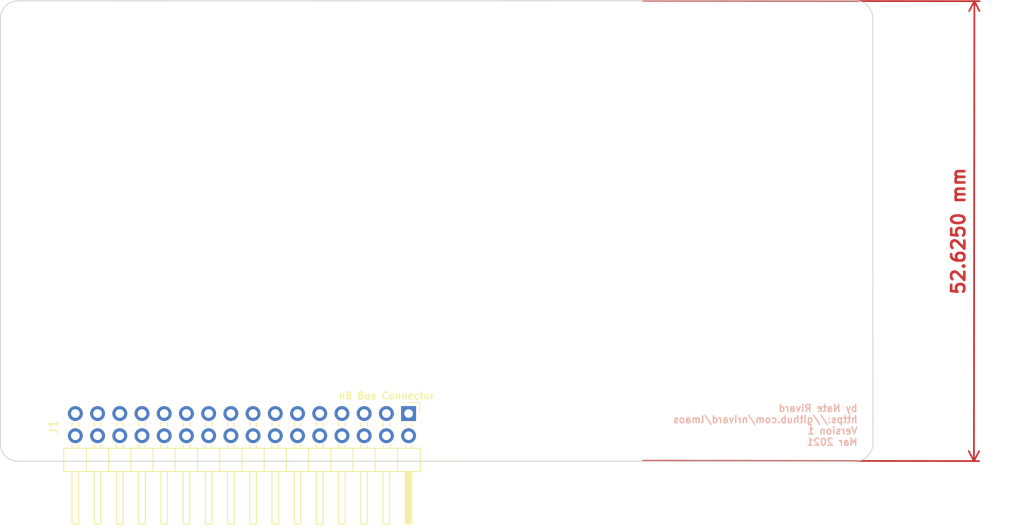
<source format=kicad_pcb>
(kicad_pcb (version 20221018) (generator pcbnew)
  (layers (0 "F.Cu" signal) (31 "B.Cu" signal) (34 "B.Paste" user) (35 "F.Paste" user) (36 "B.SilkS" user "B.Silkscreen") (37 "F.SilkS" user "F.Silkscreen") (38 "B.Mask" user) (39 "F.Mask" user) (44 "Edge.Cuts" user))
  (net 0 "")
  (net 1 "+5V")
  (net 2 "GND")
  (net 3 "/A0")
  (net 4 "/D0")
  (net 5 "/A1")
  (net 6 "/D1")
  (net 7 "/A2")
  (net 8 "/D2")
  (net 9 "/A3")
  (net 10 "/D3")
  (net 11 "/A4")
  (net 12 "/D4")
  (net 13 "/A5")
  (net 14 "/D5")
  (net 15 "~{CS}")
  (net 16 "/D6")
  (net 17 "R~{W}")
  (net 18 "/D7")
  (net 19 "CLK")
  (net 20 "~{IRQ}")
  (net 21 "~{RES}")
  (net 22 "~{NMI}")
  (net 23 "FUTURE0")
  (net 24 "FUTURE1")
  (net 25 "~{WRITE}")
  (net 26 "~{READ}")
  (footprint "Connector_PinHeader_2.54mm:PinHeader_2x16_P2.54mm_Horizontal" (layer "F.Cu") (at 147.296341 112.522 -90)
    (fp_text reference "J1" (at 1.5748 40.5811 90) (layer "F.SilkS"))
    (fp_text value "n8 Bus Connector")
    (fp_line (start -1.27 -1.27) (end 0 -1.27) (stroke (width 0.12)) (layer "F.SilkS"))
    (fp_line (start -1.27 0) (end -1.27 -1.27) (stroke (width 0.12)) (layer "F.SilkS"))
    (fp_line (start 1.042929 2.16) (end 1.497071 2.16) (stroke (width 0.12)) (layer "F.SilkS"))
    (fp_line (start 1.042929 2.92) (end 1.497071 2.92) (stroke (width 0.12)) (layer "F.SilkS"))
    (fp_line (start 1.042929 4.7) (end 1.497071 4.7) (stroke (width 0.12)) (layer "F.SilkS"))
    (fp_line (start 1.042929 5.46) (end 1.497071 5.46) (stroke (width 0.12)) (layer "F.SilkS"))
    (fp_line (start 1.042929 7.24) (end 1.497071 7.24) (stroke (width 0.12)) (layer "F.SilkS"))
    (fp_line (start 1.042929 8) (end 1.497071 8) (stroke (width 0.12)) (layer "F.SilkS"))
    (fp_line (start 1.042929 9.78) (end 1.497071 9.78) (stroke (width 0.12)) (layer "F.SilkS"))
    (fp_line (start 1.042929 10.54) (end 1.497071 10.54) (stroke (width 0.12)) (layer "F.SilkS"))
    (fp_line (start 1.042929 12.32) (end 1.497071 12.32) (stroke (width 0.12)) (layer "F.SilkS"))
    (fp_line (start 1.042929 13.08) (end 1.497071 13.08) (stroke (width 0.12)) (layer "F.SilkS"))
    (fp_line (start 1.042929 14.86) (end 1.497071 14.86) (stroke (width 0.12)) (layer "F.SilkS"))
    (fp_line (start 1.042929 15.62) (end 1.497071 15.62) (stroke (width 0.12)) (layer "F.SilkS"))
    (fp_line (start 1.042929 17.4) (end 1.497071 17.4) (stroke (width 0.12)) (layer "F.SilkS"))
    (fp_line (start 1.042929 18.16) (end 1.497071 18.16) (stroke (width 0.12)) (layer "F.SilkS"))
    (fp_line (start 1.042929 19.94) (end 1.497071 19.94) (stroke (width 0.12)) (layer "F.SilkS"))
    (fp_line (start 1.042929 20.7) (end 1.497071 20.7) (stroke (width 0.12)) (layer "F.SilkS"))
    (fp_line (start 1.042929 22.48) (end 1.497071 22.48) (stroke (width 0.12)) (layer "F.SilkS"))
    (fp_line (start 1.042929 23.24) (end 1.497071 23.24) (stroke (width 0.12)) (layer "F.SilkS"))
    (fp_line (start 1.042929 25.02) (end 1.497071 25.02) (stroke (width 0.12)) (layer "F.SilkS"))
    (fp_line (start 1.042929 25.78) (end 1.497071 25.78) (stroke (width 0.12)) (layer "F.SilkS"))
    (fp_line (start 1.042929 27.56) (end 1.497071 27.56) (stroke (width 0.12)) (layer "F.SilkS"))
    (fp_line (start 1.042929 28.32) (end 1.497071 28.32) (stroke (width 0.12)) (layer "F.SilkS"))
    (fp_line (start 1.042929 30.1) (end 1.497071 30.1) (stroke (width 0.12)) (layer "F.SilkS"))
    (fp_line (start 1.042929 30.86) (end 1.497071 30.86) (stroke (width 0.12)) (layer "F.SilkS"))
    (fp_line (start 1.042929 32.64) (end 1.497071 32.64) (stroke (width 0.12)) (layer "F.SilkS"))
    (fp_line (start 1.042929 33.4) (end 1.497071 33.4) (stroke (width 0.12)) (layer "F.SilkS"))
    (fp_line (start 1.042929 35.18) (end 1.497071 35.18) (stroke (width 0.12)) (layer "F.SilkS"))
    (fp_line (start 1.042929 35.94) (end 1.497071 35.94) (stroke (width 0.12)) (layer "F.SilkS"))
    (fp_line (start 1.042929 37.72) (end 1.497071 37.72) (stroke (width 0.12)) (layer "F.SilkS"))
    (fp_line (start 1.042929 38.48) (end 1.497071 38.48) (stroke (width 0.12)) (layer "F.SilkS"))
    (fp_line (start 1.11 -0.38) (end 1.497071 -0.38) (stroke (width 0.12)) (layer "F.SilkS"))
    (fp_line (start 1.11 0.38) (end 1.497071 0.38) (stroke (width 0.12)) (layer "F.SilkS"))
    (fp_line (start 3.582929 -0.38) (end 3.98 -0.38) (stroke (width 0.12)) (layer "F.SilkS"))
    (fp_line (start 3.582929 0.38) (end 3.98 0.38) (stroke (width 0.12)) (layer "F.SilkS"))
    (fp_line (start 3.582929 2.16) (end 3.98 2.16) (stroke (width 0.12)) (layer "F.SilkS"))
    (fp_line (start 3.582929 2.92) (end 3.98 2.92) (stroke (width 0.12)) (layer "F.SilkS"))
    (fp_line (start 3.582929 4.7) (end 3.98 4.7) (stroke (width 0.12)) (layer "F.SilkS"))
    (fp_line (start 3.582929 5.46) (end 3.98 5.46) (stroke (width 0.12)) (layer "F.SilkS"))
    (fp_line (start 3.582929 7.24) (end 3.98 7.24) (stroke (width 0.12)) (layer "F.SilkS"))
    (fp_line (start 3.582929 8) (end 3.98 8) (stroke (width 0.12)) (layer "F.SilkS"))
    (fp_line (start 3.582929 9.78) (end 3.98 9.78) (stroke (width 0.12)) (layer "F.SilkS"))
    (fp_line (start 3.582929 10.54) (end 3.98 10.54) (stroke (width 0.12)) (layer "F.SilkS"))
    (fp_line (start 3.582929 12.32) (end 3.98 12.32) (stroke (width 0.12)) (layer "F.SilkS"))
    (fp_line (start 3.582929 13.08) (end 3.98 13.08) (stroke (width 0.12)) (layer "F.SilkS"))
    (fp_line (start 3.582929 14.86) (end 3.98 14.86) (stroke (width 0.12)) (layer "F.SilkS"))
    (fp_line (start 3.582929 15.62) (end 3.98 15.62) (stroke (width 0.12)) (layer "F.SilkS"))
    (fp_line (start 3.582929 17.4) (end 3.98 17.4) (stroke (width 0.12)) (layer "F.SilkS"))
    (fp_line (start 3.582929 18.16) (end 3.98 18.16) (stroke (width 0.12)) (layer "F.SilkS"))
    (fp_line (start 3.582929 19.94) (end 3.98 19.94) (stroke (width 0.12)) (layer "F.SilkS"))
    (fp_line (start 3.582929 20.7) (end 3.98 20.7) (stroke (width 0.12)) (layer "F.SilkS"))
    (fp_line (start 3.582929 22.48) (end 3.98 22.48) (stroke (width 0.12)) (layer "F.SilkS"))
    (fp_line (start 3.582929 23.24) (end 3.98 23.24) (stroke (width 0.12)) (layer "F.SilkS"))
    (fp_line (start 3.582929 25.02) (end 3.98 25.02) (stroke (width 0.12)) (layer "F.SilkS"))
    (fp_line (start 3.582929 25.78) (end 3.98 25.78) (stroke (width 0.12)) (layer "F.SilkS"))
    (fp_line (start 3.582929 27.56) (end 3.98 27.56) (stroke (width 0.12)) (layer "F.SilkS"))
    (fp_line (start 3.582929 28.32) (end 3.98 28.32) (stroke (width 0.12)) (layer "F.SilkS"))
    (fp_line (start 3.582929 30.1) (end 3.98 30.1) (stroke (width 0.12)) (layer "F.SilkS"))
    (fp_line (start 3.582929 30.86) (end 3.98 30.86) (stroke (width 0.12)) (layer "F.SilkS"))
    (fp_line (start 3.582929 32.64) (end 3.98 32.64) (stroke (width 0.12)) (layer "F.SilkS"))
    (fp_line (start 3.582929 33.4) (end 3.98 33.4) (stroke (width 0.12)) (layer "F.SilkS"))
    (fp_line (start 3.582929 35.18) (end 3.98 35.18) (stroke (width 0.12)) (layer "F.SilkS"))
    (fp_line (start 3.582929 35.94) (end 3.98 35.94) (stroke (width 0.12)) (layer "F.SilkS"))
    (fp_line (start 3.582929 37.72) (end 3.98 37.72) (stroke (width 0.12)) (layer "F.SilkS"))
    (fp_line (start 3.582929 38.48) (end 3.98 38.48) (stroke (width 0.12)) (layer "F.SilkS"))
    (fp_line (start 3.98 -1.33) (end 3.98 39.43) (stroke (width 0.12)) (layer "F.SilkS"))
    (fp_line (start 3.98 1.27) (end 6.64 1.27) (stroke (width 0.12)) (layer "F.SilkS"))
    (fp_line (start 3.98 3.81) (end 6.64 3.81) (stroke (width 0.12)) (layer "F.SilkS"))
    (fp_line (start 3.98 6.35) (end 6.64 6.35) (stroke (width 0.12)) (layer "F.SilkS"))
    (fp_line (start 3.98 8.89) (end 6.64 8.89) (stroke (width 0.12)) (layer "F.SilkS"))
    (fp_line (start 3.98 11.43) (end 6.64 11.43) (stroke (width 0.12)) (layer "F.SilkS"))
    (fp_line (start 3.98 13.97) (end 6.64 13.97) (stroke (width 0.12)) (layer "F.SilkS"))
    (fp_line (start 3.98 16.51) (end 6.64 16.51) (stroke (width 0.12)) (layer "F.SilkS"))
    (fp_line (start 3.98 19.05) (end 6.64 19.05) (stroke (width 0.12)) (layer "F.SilkS"))
    (fp_line (start 3.98 21.59) (end 6.64 21.59) (stroke (width 0.12)) (layer "F.SilkS"))
    (fp_line (start 3.98 24.13) (end 6.64 24.13) (stroke (width 0.12)) (layer "F.SilkS"))
    (fp_line (start 3.98 26.67) (end 6.64 26.67) (stroke (width 0.12)) (layer "F.SilkS"))
    (fp_line (start 3.98 29.21) (end 6.64 29.21) (stroke (width 0.12)) (layer "F.SilkS"))
    (fp_line (start 3.98 31.75) (end 6.64 31.75) (stroke (width 0.12)) (layer "F.SilkS"))
    (fp_line (start 3.98 34.29) (end 6.64 34.29) (stroke (width 0.12)) (layer "F.SilkS"))
    (fp_line (start 3.98 36.83) (end 6.64 36.83) (stroke (width 0.12)) (layer "F.SilkS"))
    (fp_line (start 3.98 39.43) (end 6.64 39.43) (stroke (width 0.12)) (layer "F.SilkS"))
    (fp_line (start 6.64 -1.33) (end 3.98 -1.33) (stroke (width 0.12)) (layer "F.SilkS"))
    (fp_line (start 6.64 -0.38) (end 12.64 -0.38) (stroke (width 0.12)) (layer "F.SilkS"))
    (fp_line (start 6.64 -0.32) (end 12.64 -0.32) (stroke (width 0.12)) (layer "F.SilkS"))
    (fp_line (start 6.64 -0.2) (end 12.64 -0.2) (stroke (width 0.12)) (layer "F.SilkS"))
    (fp_line (start 6.64 -0.08) (end 12.64 -0.08) (stroke (width 0.12)) (layer "F.SilkS"))
    (fp_line (start 6.64 0.04) (end 12.64 0.04) (stroke (width 0.12)) (layer "F.SilkS"))
    (fp_line (start 6.64 0.16) (end 12.64 0.16) (stroke (width 0.12)) (layer "F.SilkS"))
    (fp_line (start 6.64 0.28) (end 12.64 0.28) (stroke (width 0.12)) (layer "F.SilkS"))
    (fp_line (start 6.64 2.16) (end 12.64 2.16) (stroke (width 0.12)) (layer "F.SilkS"))
    (fp_line (start 6.64 4.7) (end 12.64 4.7) (stroke (width 0.12)) (layer "F.SilkS"))
    (fp_line (start 6.64 7.24) (end 12.64 7.24) (stroke (width 0.12)) (layer "F.SilkS"))
    (fp_line (start 6.64 9.78) (end 12.64 9.78) (stroke (width 0.12)) (layer "F.SilkS"))
    (fp_line (start 6.64 12.32) (end 12.64 12.32) (stroke (width 0.12)) (layer "F.SilkS"))
    (fp_line (start 6.64 14.86) (end 12.64 14.86) (stroke (width 0.12)) (layer "F.SilkS"))
    (fp_line (start 6.64 17.4) (end 12.64 17.4) (stroke (width 0.12)) (layer "F.SilkS"))
    (fp_line (start 6.64 19.94) (end 12.64 19.94) (stroke (width 0.12)) (layer "F.SilkS"))
    (fp_line (start 6.64 22.48) (end 12.64 22.48) (stroke (width 0.12)) (layer "F.SilkS"))
    (fp_line (start 6.64 25.02) (end 12.64 25.02) (stroke (width 0.12)) (layer "F.SilkS"))
    (fp_line (start 6.64 27.56) (end 12.64 27.56) (stroke (width 0.12)) (layer "F.SilkS"))
    (fp_line (start 6.64 30.1) (end 12.64 30.1) (stroke (width 0.12)) (layer "F.SilkS"))
    (fp_line (start 6.64 32.64) (end 12.64 32.64) (stroke (width 0.12)) (layer "F.SilkS"))
    (fp_line (start 6.64 35.18) (end 12.64 35.18) (stroke (width 0.12)) (layer "F.SilkS"))
    (fp_line (start 6.64 37.72) (end 12.64 37.72) (stroke (width 0.12)) (layer "F.SilkS"))
    (fp_line (start 6.64 39.43) (end 6.64 -1.33) (stroke (width 0.12)) (layer "F.SilkS"))
    (fp_line (start 12.64 -0.38) (end 12.64 0.38) (stroke (width 0.12)) (layer "F.SilkS"))
    (fp_line (start 12.64 0.38) (end 6.64 0.38) (stroke (width 0.12)) (layer "F.SilkS"))
    (fp_line (start 12.64 2.16) (end 12.64 2.92) (stroke (width 0.12)) (layer "F.SilkS"))
    (fp_line (start 12.64 2.92) (end 6.64 2.92) (stroke (width 0.12)) (layer "F.SilkS"))
    (fp_line (start 12.64 4.7) (end 12.64 5.46) (stroke (width 0.12)) (layer "F.SilkS"))
    (fp_line (start 12.64 5.46) (end 6.64 5.46) (stroke (width 0.12)) (layer "F.SilkS"))
    (fp_line (start 12.64 7.24) (end 12.64 8) (stroke (width 0.12)) (layer "F.SilkS"))
    (fp_line (start 12.64 8) (end 6.64 8) (stroke (width 0.12)) (layer "F.SilkS"))
    (fp_line (start 12.64 9.78) (end 12.64 10.54) (stroke (width 0.12)) (layer "F.SilkS"))
    (fp_line (start 12.64 10.54) (end 6.64 10.54) (stroke (width 0.12)) (layer "F.SilkS"))
    (fp_line (start 12.64 12.32) (end 12.64 13.08) (stroke (width 0.12)) (layer "F.SilkS"))
    (fp_line (start 12.64 13.08) (end 6.64 13.08) (stroke (width 0.12)) (layer "F.SilkS"))
    (fp_line (start 12.64 14.86) (end 12.64 15.62) (stroke (width 0.12)) (layer "F.SilkS"))
    (fp_line (start 12.64 15.62) (end 6.64 15.62) (stroke (width 0.12)) (layer "F.SilkS"))
    (fp_line (start 12.64 17.4) (end 12.64 18.16) (stroke (width 0.12)) (layer "F.SilkS"))
    (fp_line (start 12.64 18.16) (end 6.64 18.16) (stroke (width 0.12)) (layer "F.SilkS"))
    (fp_line (start 12.64 19.94) (end 12.64 20.7) (stroke (width 0.12)) (layer "F.SilkS"))
    (fp_line (start 12.64 20.7) (end 6.64 20.7) (stroke (width 0.12)) (layer "F.SilkS"))
    (fp_line (start 12.64 22.48) (end 12.64 23.24) (stroke (width 0.12)) (layer "F.SilkS"))
    (fp_line (start 12.64 23.24) (end 6.64 23.24) (stroke (width 0.12)) (layer "F.SilkS"))
    (fp_line (start 12.64 25.02) (end 12.64 25.78) (stroke (width 0.12)) (layer "F.SilkS"))
    (fp_line (start 12.64 25.78) (end 6.64 25.78) (stroke (width 0.12)) (layer "F.SilkS"))
    (fp_line (start 12.64 27.56) (end 12.64 28.32) (stroke (width 0.12)) (layer "F.SilkS"))
    (fp_line (start 12.64 28.32) (end 6.64 28.32) (stroke (width 0.12)) (layer "F.SilkS"))
    (fp_line (start 12.64 30.1) (end 12.64 30.86) (stroke (width 0.12)) (layer "F.SilkS"))
    (fp_line (start 12.64 30.86) (end 6.64 30.86) (stroke (width 0.12)) (layer "F.SilkS"))
    (fp_line (start 12.64 32.64) (end 12.64 33.4) (stroke (width 0.12)) (layer "F.SilkS"))
    (fp_line (start 12.64 33.4) (end 6.64 33.4) (stroke (width 0.12)) (layer "F.SilkS"))
    (fp_line (start 12.64 35.18) (end 12.64 35.94) (stroke (width 0.12)) (layer "F.SilkS"))
    (fp_line (start 12.64 35.94) (end 6.64 35.94) (stroke (width 0.12)) (layer "F.SilkS"))
    (fp_line (start 12.64 37.72) (end 12.64 38.48) (stroke (width 0.12)) (layer "F.SilkS"))
    (fp_line (start 12.64 38.48) (end 6.64 38.48) (stroke (width 0.12)) (layer "F.SilkS"))
    (pad "1" thru_hole rect (at 0 0 270) (size 1.7 1.7) (drill 1) (layers "*.Cu" "*.Mask") (net 2 "GND"))
    (pad "2" thru_hole oval (at 2.54 0 270) (size 1.7 1.7) (drill 1) (layers "*.Cu" "*.Mask") (net 2 "GND"))
    (pad "3" thru_hole oval (at 0 2.54 270) (size 1.7 1.7) (drill 1) (layers "*.Cu" "*.Mask") (net 1 "+5V"))
    (pad "4" thru_hole oval (at 2.54 2.54 270) (size 1.7 1.7) (drill 1) (layers "*.Cu" "*.Mask") (net 1 "+5V"))
    (pad "5" thru_hole oval (at 0 5.08 270) (size 1.7 1.7) (drill 1) (layers "*.Cu" "*.Mask") (net 25 "~{WRITE}"))
    (pad "6" thru_hole oval (at 2.54 5.08 270) (size 1.7 1.7) (drill 1) (layers "*.Cu" "*.Mask") (net 24 "FUTURE1"))
    (pad "7" thru_hole oval (at 0 7.62 270) (size 1.7 1.7) (drill 1) (layers "*.Cu" "*.Mask") (net 26 "~{READ}"))
    (pad "8" thru_hole oval (at 2.54 7.62 270) (size 1.7 1.7) (drill 1) (layers "*.Cu" "*.Mask") (net 23 "FUTURE0"))
    (pad "9" thru_hole oval (at 0 10.16 270) (size 1.7 1.7) (drill 1) (layers "*.Cu" "*.Mask") (net 22 "~{NMI}"))
    (pad "10" thru_hole oval (at 2.54 10.16 270) (size 1.7 1.7) (drill 1) (layers "*.Cu" "*.Mask") (net 21 "~{RES}"))
    (pad "11" thru_hole oval (at 0 12.7 270) (size 1.7 1.7) (drill 1) (layers "*.Cu" "*.Mask") (net 20 "~{IRQ}"))
    (pad "12" thru_hole oval (at 2.54 12.7 270) (size 1.7 1.7) (drill 1) (layers "*.Cu" "*.Mask") (net 19 "CLK"))
    (pad "13" thru_hole oval (at 0 15.24 270) (size 1.7 1.7) (drill 1) (layers "*.Cu" "*.Mask") (net 18 "/D7"))
    (pad "14" thru_hole oval (at 2.54 15.24 270) (size 1.7 1.7) (drill 1) (layers "*.Cu" "*.Mask") (net 17 "R~{W}"))
    (pad "15" thru_hole oval (at 0 17.78 270) (size 1.7 1.7) (drill 1) (layers "*.Cu" "*.Mask") (net 16 "/D6"))
    (pad "16" thru_hole oval (at 2.54 17.78 270) (size 1.7 1.7) (drill 1) (layers "*.Cu" "*.Mask") (net 15 "~{CS}"))
    (pad "17" thru_hole oval (at 0 20.32 270) (size 1.7 1.7) (drill 1) (layers "*.Cu" "*.Mask") (net 14 "/D5"))
    (pad "18" thru_hole oval (at 2.54 20.32 270) (size 1.7 1.7) (drill 1) (layers "*.Cu" "*.Mask") (net 13 "/A5"))
    (pad "19" thru_hole oval (at 0 22.86 270) (size 1.7 1.7) (drill 1) (layers "*.Cu" "*.Mask") (net 12 "/D4"))
    (pad "20" thru_hole oval (at 2.54 22.86 270) (size 1.7 1.7) (drill 1) (layers "*.Cu" "*.Mask") (net 11 "/A4"))
    (pad "21" thru_hole oval (at 0 25.4 270) (size 1.7 1.7) (drill 1) (layers "*.Cu" "*.Mask") (net 10 "/D3"))
    (pad "22" thru_hole oval (at 2.54 25.4 270) (size 1.7 1.7) (drill 1) (layers "*.Cu" "*.Mask") (net 9 "/A3"))
    (pad "23" thru_hole oval (at 0 27.94 270) (size 1.7 1.7) (drill 1) (layers "*.Cu" "*.Mask") (net 8 "/D2"))
    (pad "24" thru_hole oval (at 2.54 27.94 270) (size 1.7 1.7) (drill 1) (layers "*.Cu" "*.Mask") (net 7 "/A2"))
    (pad "25" thru_hole oval (at 0 30.48 270) (size 1.7 1.7) (drill 1) (layers "*.Cu" "*.Mask") (net 6 "/D1"))
    (pad "26" thru_hole oval (at 2.54 30.48 270) (size 1.7 1.7) (drill 1) (layers "*.Cu" "*.Mask") (net 5 "/A1"))
    (pad "27" thru_hole oval (at 0 33.02 270) (size 1.7 1.7) (drill 1) (layers "*.Cu" "*.Mask") (net 4 "/D0"))
    (pad "28" thru_hole oval (at 2.54 33.02 270) (size 1.7 1.7) (drill 1) (layers "*.Cu" "*.Mask") (net 3 "/A0"))
    (pad "29" thru_hole oval (at 0 35.56 270) (size 1.7 1.7) (drill 1) (layers "*.Cu" "*.Mask") (net 2 "GND"))
    (pad "30" thru_hole oval (at 2.54 35.56 270) (size 1.7 1.7) (drill 1) (layers "*.Cu" "*.Mask") (net 2 "GND"))
    (pad "31" thru_hole oval (at 0 38.1 270) (size 1.7 1.7) (drill 1) (layers "*.Cu" "*.Mask") (net 1 "+5V"))
    (pad "32" thru_hole oval (at 2.54 38.1 270) (size 1.7 1.7) (drill 1) (layers "*.Cu" "*.Mask") (net 1 "+5V"))
  )
  (gr_line (start 100.632271 116.010946) (end 100.639792 67.283729) (stroke (width 0.1)) (layer "Edge.Cuts"))
  (gr_line (start 198.3486 117.968559) (end 102.616 117.983) (stroke (width 0.1)) (layer "Edge.Cuts"))
  (gr_line (start 102.611846 65.3) (end 198.36543 65.283469) (stroke (width 0.1)) (layer "Edge.Cuts"))
  (gr_line (start 200.349159 67.255523) (end 200.3806 115.936559) (stroke (width 0.1)) (layer "Edge.Cuts"))
  (gr_arc (start 200.3806 115.936559) (mid 199.785455 117.373426) (end 198.3486 117.968559) (stroke (width 0.1)) (layer "Edge.Cuts"))
  (gr_arc (start 102.616 117.983) (mid 101.216079 117.407445) (end 100.632271 116.010946) (stroke (width 0.1)) (layer "Edge.Cuts"))
  (gr_arc (start 198.36543 65.283469) (mid 199.765337 65.859028) (end 200.349159 67.255523) (stroke (width 0.1)) (layer "Edge.Cuts"))
  (gr_arc (start 100.639792 67.283729) (mid 101.215372 65.883833) (end 102.611846 65.3) (stroke (width 0.1)) (layer "Edge.Cuts"))
  (gr_text "by Nate Rivard\nhttps://github.com/nrivard/lmaos\nVersion 1\nMar 2021" (at 198.7 113.85) (layer "B.SilkS") (effects (font (size 0.8 0.8)) (justify left mirror)))
  (gr_text "n8 Bus Connector" (at 144.78 110.49) (layer "F.SilkS") (effects (font (size 0.8 0.8))))
  (dimension (type aligned) (layer "F.Cu") (pts (xy 173.575 117.925) (xy 173.625 65.3)) (height 38.352071) (gr_text "52.6250 mm" (at 210.152055 91.647229 89.94556222) (layer "F.Cu") (effects (font (size 1.5 1.5) (thickness 0.3)))) (format (prefix "") (suffix "") (units 3) (units_format 1) (precision 4)) (style (thickness 0.2) (arrow_length 1.27) (text_position_mode 0) (extension_height 0.58642) (extension_offset 0.5) keep_text_aligned))
)
</source>
